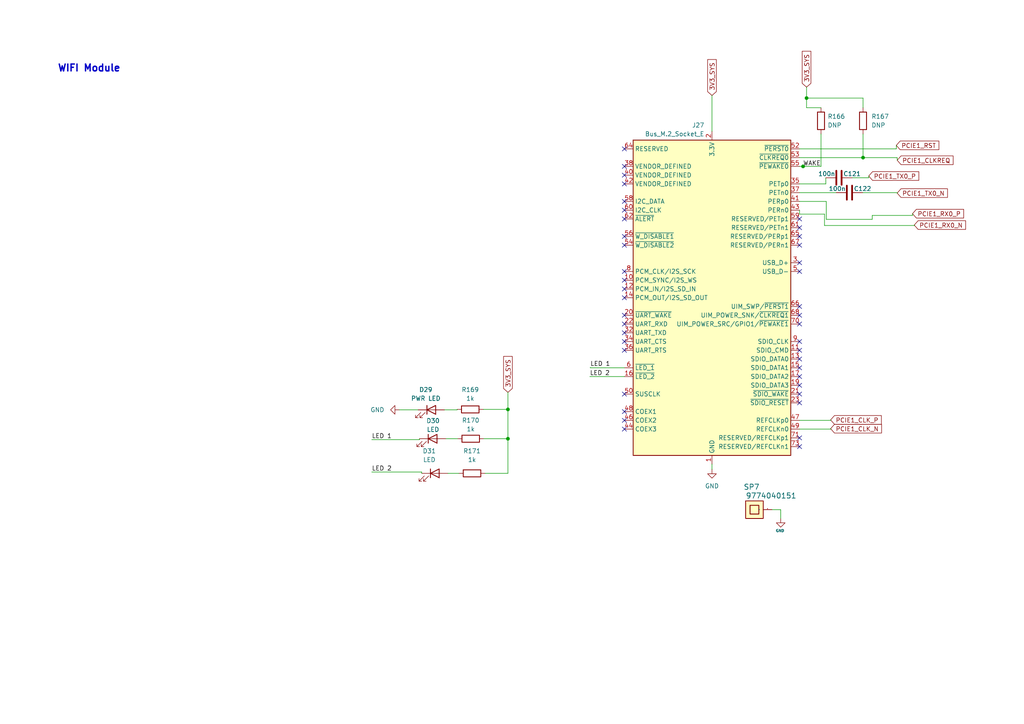
<source format=kicad_sch>
(kicad_sch (version 20230121) (generator eeschema)
  (paper "A4")
  (lib_symbols
    (symbol "Connector:Bus_M.2_Socket_E"
      (property "Reference" "J" (at -22.86 46.99 0))
      (property "Value" "Bus_M.2_Socket_E" (at 16.51 46.99 0))
      (symbol "Bus_M.2_Socket_E_0_1"
        (rectangle (start -22.86 45.72) (end 22.86 -45.72) (stroke (width 0.254)) (fill (type background)))
      )
      (symbol "Bus_M.2_Socket_E_1_1"
        (pin power_in line (at 0 -48.26 90) (length 2.54) (name "GND") (number "1"))
        (pin bidirectional line (at 25.4 5.08 180) (length 2.54) (name "PCM_SYNC/I2S_WS") (number "10"))
        (pin bidirectional line (at -25.4 -15.24 0) (length 2.54) (name "SDIO_CMD") (number "11"))
        (pin input line (at 25.4 2.54 180) (length 2.54) (name "PCM_IN/I2S_SD_IN") (number "12"))
        (pin bidirectional line (at -25.4 -17.78 0) (length 2.54) (name "SDIO_DATA0") (number "13"))
        (pin output line (at 25.4 0 180) (length 2.54) (name "PCM_OUT/I2S_SD_OUT") (number "14"))
        (pin bidirectional line (at -25.4 -20.32 0) (length 2.54) (name "SDIO_DATA1") (number "15"))
        (pin open_collector line (at 25.4 -22.86 180) (length 2.54) (name "~{LED_2}") (number "16"))
        (pin bidirectional line (at -25.4 -22.86 0) (length 2.54) (name "SDIO_DATA2") (number "17"))
        (pin passive line (at 0 -48.26 90) (length 2.54) hide (name "GND") (number "18"))
        (pin bidirectional line (at -25.4 -25.4 0) (length 2.54) (name "SDIO_DATA3") (number "19"))
        (pin power_in line (at 0 48.26 270) (length 2.54) (name "3.3V") (number "2"))
        (pin input line (at 25.4 -5.08 180) (length 2.54) (name "~{UART_WAKE}") (number "20"))
        (pin input line (at -25.4 -27.94 0) (length 2.54) (name "~{SDIO_WAKE}") (number "21"))
        (pin input line (at 25.4 -7.62 180) (length 2.54) (name "UART_RXD") (number "22"))
        (pin output line (at -25.4 -30.48 0) (length 2.54) (name "~{SDIO_RESET}") (number "23"))
        (pin bidirectional line (at -25.4 10.16 0) (length 2.54) (name "USB_D+") (number "3"))
        (pin output line (at 25.4 -10.16 180) (length 2.54) (name "UART_TXD") (number "32"))
        (pin passive line (at 0 -48.26 90) (length 2.54) hide (name "GND") (number "33"))
        (pin input line (at 25.4 -12.7 180) (length 2.54) (name "UART_CTS") (number "34"))
        (pin output line (at -25.4 33.02 0) (length 2.54) (name "PETp0") (number "35"))
        (pin output line (at 25.4 -15.24 180) (length 2.54) (name "UART_RTS") (number "36"))
        (pin output line (at -25.4 30.48 0) (length 2.54) (name "PETn0") (number "37"))
        (pin passive line (at 25.4 38.1 180) (length 2.54) (name "VENDOR_DEFINED") (number "38"))
        (pin passive line (at 0 -48.26 90) (length 2.54) hide (name "GND") (number "39"))
        (pin passive line (at 0 48.26 270) (length 2.54) hide (name "3.3V") (number "4"))
        (pin passive line (at 25.4 35.56 180) (length 2.54) (name "VENDOR_DEFINED") (number "40"))
        (pin input line (at -25.4 27.94 0) (length 2.54) (name "PERp0") (number "41"))
        (pin passive line (at 25.4 33.02 180) (length 2.54) (name "VENDOR_DEFINED") (number "42"))
        (pin input line (at -25.4 25.4 0) (length 2.54) (name "PERn0") (number "43"))
        (pin bidirectional line (at 25.4 -38.1 180) (length 2.54) (name "COEX3") (number "44"))
        (pin passive line (at 0 -48.26 90) (length 2.54) hide (name "GND") (number "45"))
        (pin bidirectional line (at 25.4 -35.56 180) (length 2.54) (name "COEX2") (number "46"))
        (pin output line (at -25.4 -35.56 0) (length 2.54) (name "REFCLKp0") (number "47"))
        (pin bidirectional line (at 25.4 -33.02 180) (length 2.54) (name "COEX1") (number "48"))
        (pin output line (at -25.4 -38.1 0) (length 2.54) (name "REFCLKn0") (number "49"))
        (pin bidirectional line (at -25.4 7.62 0) (length 2.54) (name "USB_D-") (number "5"))
        (pin output line (at 25.4 -27.94 180) (length 2.54) (name "SUSCLK") (number "50"))
        (pin passive line (at 0 -48.26 90) (length 2.54) hide (name "GND") (number "51"))
        (pin output line (at -25.4 43.18 0) (length 2.54) (name "~{PERST0}") (number "52"))
        (pin bidirectional line (at -25.4 40.64 0) (length 2.54) (name "~{CLKREQ0}") (number "53"))
        (pin output line (at 25.4 15.24 180) (length 2.54) (name "~{W_DISABLE2}") (number "54"))
        (pin bidirectional line (at -25.4 38.1 0) (length 2.54) (name "~{PEWAKE0}") (number "55"))
        (pin output line (at 25.4 17.78 180) (length 2.54) (name "~{W_DISABLE1}") (number "56"))
        (pin passive line (at 0 -48.26 90) (length 2.54) hide (name "GND") (number "57"))
        (pin bidirectional line (at 25.4 27.94 180) (length 2.54) (name "I2C_DATA") (number "58"))
        (pin output line (at -25.4 22.86 0) (length 2.54) (name "RESERVED/PETp1") (number "59"))
        (pin open_collector line (at 25.4 -20.32 180) (length 2.54) (name "~{LED_1}") (number "6"))
        (pin output line (at 25.4 25.4 180) (length 2.54) (name "I2C_CLK") (number "60"))
        (pin output line (at -25.4 20.32 0) (length 2.54) (name "RESERVED/PETn1") (number "61"))
        (pin input line (at 25.4 22.86 180) (length 2.54) (name "~{ALERT}") (number "62"))
        (pin passive line (at 0 -48.26 90) (length 2.54) hide (name "GND") (number "63"))
        (pin passive line (at 25.4 43.18 180) (length 2.54) (name "RESERVED") (number "64"))
        (pin input line (at -25.4 17.78 0) (length 2.54) (name "RESERVED/PERp1") (number "65"))
        (pin output line (at -25.4 -2.54 0) (length 2.54) (name "UIM_SWP/~{PERST1}") (number "66"))
        (pin input line (at -25.4 15.24 0) (length 2.54) (name "RESERVED/PERn1") (number "67"))
        (pin bidirectional line (at -25.4 -5.08 0) (length 2.54) (name "UIM_POWER_SNK/~{CLKREQ1}") (number "68"))
        (pin passive line (at 0 -48.26 90) (length 2.54) hide (name "GND") (number "69"))
        (pin passive line (at 0 -48.26 90) (length 2.54) hide (name "GND") (number "7"))
        (pin bidirectional line (at -25.4 -7.62 0) (length 2.54) (name "UIM_POWER_SRC/GPIO1/~{PEWAKE1}") (number "70"))
        (pin output line (at -25.4 -40.64 0) (length 2.54) (name "RESERVED/REFCLKp1") (number "71"))
        (pin passive line (at 0 48.26 270) (length 2.54) hide (name "3.3V") (number "72"))
        (pin output line (at -25.4 -43.18 0) (length 2.54) (name "RESERVED/REFCLKn1") (number "73"))
        (pin passive line (at 0 48.26 270) (length 2.54) hide (name "3.3V") (number "74"))
        (pin passive line (at 0 -48.26 90) (length 2.54) hide (name "GND") (number "75"))
        (pin bidirectional line (at 25.4 7.62 180) (length 2.54) (name "PCM_CLK/I2S_SCK") (number "8"))
        (pin output line (at -25.4 -12.7 0) (length 2.54) (name "SDIO_CLK") (number "9"))
      )
    )
    (symbol "Device:C" (pin_numbers hide) (pin_names (offset 0.254))
      (property "Reference" "C" (at 0.635 2.54 0))
      (property "Value" "C" (at 0.635 -2.54 0))
      (symbol "C_0_1"
        (polyline (pts (xy -2.032 -0.762) (xy 2.032 -0.762)) (stroke (width 0.508)))
        (polyline (pts (xy -2.032 0.762) (xy 2.032 0.762)) (stroke (width 0.508)))
      )
      (symbol "C_1_1"
        (pin passive line (at 0 3.81 270) (length 2.794) (name "~") (number "1"))
        (pin passive line (at 0 -3.81 90) (length 2.794) (name "~") (number "2"))
      )
    )
    (symbol "Device:LED" (pin_numbers hide) (pin_names (offset 1.016) hide)
      (property "Reference" "D" (at 0 2.54 0))
      (property "Value" "LED" (at 0 -2.54 0))
      (symbol "LED_0_1"
        (polyline (pts (xy -1.27 -1.27) (xy -1.27 1.27)) (stroke (width 0.254)))
        (polyline (pts (xy -1.27 0) (xy 1.27 0)))
        (polyline (pts (xy 1.27 -1.27) (xy 1.27 1.27) (xy -1.27 0) (xy 1.27 -1.27)) (stroke (width 0.254)))
        (polyline (pts (xy -3.048 -0.762) (xy -4.572 -2.286) (xy -3.81 -2.286) (xy -4.572 -2.286) (xy -4.572 -1.524)))
        (polyline (pts (xy -1.778 -0.762) (xy -3.302 -2.286) (xy -2.54 -2.286) (xy -3.302 -2.286) (xy -3.302 -1.524)))
      )
      (symbol "LED_1_1"
        (pin passive line (at -3.81 0 0) (length 2.54) (name "K") (number "1"))
        (pin passive line (at 3.81 0 180) (length 2.54) (name "A") (number "2"))
      )
    )
    (symbol "Device:R" (pin_numbers hide) (pin_names (offset 0))
      (property "Reference" "R" (at 2.032 0 90))
      (property "Value" "R" (at 0 0 90))
      (symbol "R_0_1"
        (rectangle (start -1.016 -2.54) (end 1.016 2.54) (stroke (width 0.254)))
      )
      (symbol "R_1_1"
        (pin passive line (at 0 3.81 270) (length 1.27) (name "~") (number "1"))
        (pin passive line (at 0 -3.81 90) (length 1.27) (name "~") (number "2"))
      )
    )
    (symbol "jetson-nano-baseboard:9774040151" (pin_names (offset 1.016))
      (property "Reference" "SP" (at -2.54 2.54 0))
      (property "Value" "9774040151" (at -2.54 -5.08 0))
      (symbol "9774040151_0_1"
        (rectangle (start -2.54 -2.54) (end 2.54 2.54) (stroke (width 0.254)) (fill (type background)))
        (rectangle (start -1.27 -1.27) (end 1.27 1.27) (stroke (width 0.254)) (fill (type background)))
        (pin passive line (at -5.08 0 0) (length 2.54) (name "1") (number "1"))
      )
    )
    (symbol "jetson-nano-baseboard:GND" (power) (pin_names (offset 0))
      (property "Value" "GND" (at 0 -3.81 0))
      (symbol "GND_0_1"
        (polyline (pts (xy 0 0) (xy 0 -1.27) (xy 1.27 -1.27) (xy 0 -2.54) (xy -1.27 -1.27) (xy 0 -1.27)))
      )
      (symbol "GND_1_1"
        (pin power_in line (at 0 0 270) (length 0) hide (name "GND") (number "1"))
      )
    )
    (symbol "power:GND" (power) (pin_names (offset 0))
      (property "Value" "GND" (at 0 -3.81 0))
      (symbol "GND_0_1"
        (polyline (pts (xy 0 0) (xy 0 -1.27) (xy 1.27 -1.27) (xy 0 -2.54) (xy -1.27 -1.27) (xy 0 -1.27)))
      )
      (symbol "GND_1_1"
        (pin power_in line (at 0 0 270) (length 0) hide (name "GND") (number "1"))
      )
    )
  )
  (junction (at 233.934 28.448))
  (junction (at 250.317 45.72))
  (junction (at 232.918 48.26))
  (junction (at 147.32 127.254))
  (junction (at 147.32 118.745))
  (no_connect (at 181.102 101.6))
  (no_connect (at 231.902 66.04))
  (no_connect (at 181.102 58.42))
  (no_connect (at 231.902 71.12))
  (no_connect (at 181.102 71.12))
  (no_connect (at 181.102 91.44))
  (no_connect (at 181.102 119.38))
  (no_connect (at 181.102 48.26))
  (no_connect (at 181.102 114.3))
  (no_connect (at 231.902 111.76))
  (no_connect (at 231.902 91.44))
  (no_connect (at 231.902 104.14))
  (no_connect (at 231.902 93.98))
  (no_connect (at 231.902 129.54))
  (no_connect (at 231.902 101.6))
  (no_connect (at 231.902 68.58))
  (no_connect (at 181.102 83.82))
  (no_connect (at 231.902 88.9))
  (no_connect (at 231.902 78.74))
  (no_connect (at 231.902 109.22))
  (no_connect (at 181.102 99.06))
  (no_connect (at 231.902 116.84))
  (no_connect (at 181.102 53.34))
  (no_connect (at 181.102 96.52))
  (no_connect (at 181.102 93.98))
  (no_connect (at 181.102 50.8))
  (no_connect (at 181.102 60.96))
  (no_connect (at 181.102 68.58))
  (no_connect (at 231.902 63.5))
  (no_connect (at 231.902 127))
  (no_connect (at 231.902 106.68))
  (no_connect (at 181.102 43.18))
  (no_connect (at 181.102 78.74))
  (no_connect (at 181.102 86.36))
  (no_connect (at 231.902 114.3))
  (no_connect (at 181.102 121.92))
  (no_connect (at 231.902 99.06))
  (no_connect (at 181.102 63.5))
  (no_connect (at 181.102 124.46))
  (no_connect (at 181.102 81.28))
  (no_connect (at 231.902 76.2))
  (wire (pts (xy 231.902 121.92) (xy 240.919 121.92)))
  (wire (pts (xy 231.902 124.46) (xy 240.919 124.46)))
  (wire (pts (xy 223.901 147.828) (xy 226.441 147.828)))
  (wire (pts (xy 238.125 38.862) (xy 238.125 48.26)))
  (wire (pts (xy 107.823 127.508) (xy 121.666 127.508)))
  (wire (pts (xy 147.32 127.254) (xy 147.32 137.287)))
  (wire (pts (xy 239.141 65.405) (xy 265.176 65.405)))
  (wire (pts (xy 250.317 38.862) (xy 250.317 45.72)))
  (wire (pts (xy 250.19 55.88) (xy 260.223 55.88)))
  (wire (pts (xy 250.317 45.72) (xy 260.223 45.72)))
  (wire (pts (xy 147.32 113.792) (xy 147.32 118.745)))
  (wire (pts (xy 181.102 106.68) (xy 171.196 106.68)))
  (wire (pts (xy 132.588 118.872) (xy 132.588 118.745)))
  (wire (pts (xy 264.668 62.484) (xy 264.668 61.976)))
  (wire (pts (xy 226.441 147.828) (xy 226.441 150.368)))
  (wire (pts (xy 251.968 51.562) (xy 251.968 51.054)))
  (wire (pts (xy 121.666 127.508) (xy 121.666 127.254)))
  (wire (pts (xy 239.649 63.627) (xy 252.984 63.627)))
  (wire (pts (xy 239.522 51.562) (xy 239.522 53.34)))
  (wire (pts (xy 147.32 137.287) (xy 140.716 137.287)))
  (wire (pts (xy 231.902 45.72) (xy 250.317 45.72)))
  (wire (pts (xy 231.902 43.18) (xy 259.969 43.18)))
  (wire (pts (xy 147.32 118.745) (xy 140.208 118.745)))
  (wire (pts (xy 231.902 55.88) (xy 242.57 55.88)))
  (wire (pts (xy 233.934 31.242) (xy 238.125 31.242)))
  (wire (pts (xy 233.934 25.273) (xy 233.934 28.448)))
  (wire (pts (xy 252.984 63.627) (xy 252.984 62.484)))
  (wire (pts (xy 122.301 136.906) (xy 122.301 137.287)))
  (wire (pts (xy 233.934 28.448) (xy 250.317 28.448)))
  (wire (pts (xy 232.918 48.387) (xy 232.918 48.26)))
  (wire (pts (xy 259.969 43.18) (xy 259.969 42.164)))
  (wire (pts (xy 239.141 62.103) (xy 231.902 62.103)))
  (wire (pts (xy 233.934 28.448) (xy 233.934 31.242)))
  (wire (pts (xy 107.823 136.906) (xy 122.301 136.906)))
  (wire (pts (xy 240.919 124.46) (xy 240.919 124.333)))
  (wire (pts (xy 260.223 55.88) (xy 260.223 56.007)))
  (wire (pts (xy 260.223 45.72) (xy 260.223 46.482)))
  (wire (pts (xy 231.902 48.26) (xy 232.918 48.26)))
  (wire (pts (xy 206.502 134.62) (xy 206.502 136.144)))
  (wire (pts (xy 147.32 127.254) (xy 140.335 127.254)))
  (wire (pts (xy 240.919 121.92) (xy 240.919 121.793)))
  (wire (pts (xy 264.668 62.484) (xy 252.984 62.484)))
  (wire (pts (xy 265.176 65.405) (xy 265.176 65.278)))
  (wire (pts (xy 250.317 28.448) (xy 250.317 31.242)))
  (wire (pts (xy 128.905 118.872) (xy 132.588 118.872)))
  (wire (pts (xy 171.196 106.68) (xy 171.196 106.553)))
  (wire (pts (xy 129.286 127.254) (xy 132.715 127.254)))
  (wire (pts (xy 171.069 109.22) (xy 181.102 109.22)))
  (wire (pts (xy 206.502 27.686) (xy 206.502 38.1)))
  (wire (pts (xy 239.649 58.42) (xy 231.902 58.42)))
  (wire (pts (xy 239.522 53.34) (xy 231.902 53.34)))
  (wire (pts (xy 129.921 137.287) (xy 133.096 137.287)))
  (wire (pts (xy 232.918 48.26) (xy 238.125 48.26)))
  (wire (pts (xy 147.32 118.745) (xy 147.32 127.254)))
  (wire (pts (xy 239.649 63.627) (xy 239.649 58.42)))
  (wire (pts (xy 115.824 118.872) (xy 121.285 118.872)))
  (wire (pts (xy 231.902 62.103) (xy 231.902 60.96)))
  (wire (pts (xy 247.142 51.562) (xy 251.968 51.562)))
  (wire (pts (xy 239.141 62.103) (xy 239.141 65.405)))
  (text "WIFI Module" (at 16.637 21.082 0) (effects (font (size 2 2) (thickness 0.4) bold) (justify left bottom)))
  (label "LED 2" (at 107.823 136.906 0))
  (label "LED 1" (at 107.823 127.508 0))
  (label "WAKE" (at 232.918 48.387 0))
  (label "LED 2" (at 171.069 109.22 0))
  (label "LED 1" (at 171.196 106.553 0))
  (global_label "3V3_SYS" (shape input) (at 206.502 27.686 90) (property "Intersheetrefs" "${INTERSHEET_REFS}" (effects hide)))
  (global_label "PCIE1_RX0_P" (shape input) (at 264.668 61.976 0) (property "Intersheetrefs" "${INTERSHEET_REFS}" (effects hide)))
  (global_label "PCIE1_CLKREQ" (shape input) (at 260.223 46.482 0) (property "Intersheetrefs" "${INTERSHEET_REFS}" (effects hide)))
  (global_label "PCIE1_CLK_P" (shape input) (at 240.919 121.793 0) (property "Intersheetrefs" "${INTERSHEET_REFS}" (effects hide)))
  (global_label "3V3_SYS" (shape input) (at 147.32 113.792 90) (property "Intersheetrefs" "${INTERSHEET_REFS}" (effects hide)))
  (global_label "3V3_SYS" (shape input) (at 233.934 25.273 90) (property "Intersheetrefs" "${INTERSHEET_REFS}" (effects hide)))
  (global_label "PCIE1_TX0_N" (shape input) (at 260.223 56.007 0) (property "Intersheetrefs" "${INTERSHEET_REFS}" (effects hide)))
  (global_label "PCIE1_RST" (shape input) (at 259.969 42.164 0) (property "Intersheetrefs" "${INTERSHEET_REFS}" (effects hide)))
  (global_label "PCIE1_CLK_N" (shape input) (at 240.919 124.333 0) (property "Intersheetrefs" "${INTERSHEET_REFS}" (effects hide)))
  (global_label "PCIE1_TX0_P" (shape input) (at 251.968 51.054 0) (property "Intersheetrefs" "${INTERSHEET_REFS}" (effects hide)))
  (global_label "PCIE1_RX0_N" (shape input) (at 265.176 65.278 0) (property "Intersheetrefs" "${INTERSHEET_REFS}" (effects hide)))
  (symbol (lib_id "Device:R") (at 136.525 127.254 90) (unit 1)
    (property "Reference" "R170" (at 136.525 121.92 90))
    (property "Value" "1k" (at 136.525 124.46 90))
    (property "Footprint" "Resistor_SMD:R_0201_0603Metric" (effects hide))
  )
  (symbol (lib_id "Connector:Bus_M.2_Socket_E") (at 206.502 86.36 0) (mirror y) (unit 1)
    (property "Reference" "J27" (at 204.3079 36.322 0) (effects (justify left)))
    (property "Value" "Bus_M.2_Socket_E" (at 204.3079 38.862 0) (effects (justify left)))
    (property "Footprint" "Connector_TE-Connectivity:TE_2199119-4" (effects hide))
    (property "Datasheet" "http://read.pudn.com/downloads794/doc/project/3133918/PCIe_M.2_Electromechanical_Spec_Rev1.0_Final_11012013_RS_Clean.pdf#page=150" (effects hide))
  )
  (symbol (lib_id "Device:R") (at 136.398 118.745 90) (unit 1)
    (property "Reference" "R169" (at 136.398 113.03 90))
    (property "Value" "1k" (at 136.398 115.57 90))
    (property "Footprint" "Resistor_SMD:R_0201_0603Metric" (effects hide))
  )
  (symbol (lib_id "Device:R") (at 250.317 35.052 0) (unit 1)
    (property "Reference" "R167" (at 252.73 33.782 0) (effects (justify left)))
    (property "Value" "DNP" (at 252.73 36.322 0) (effects (justify left)))
    (property "Footprint" "Resistor_SMD:R_0201_0603Metric" (effects hide))
  )
  (symbol (lib_id "Device:C") (at 243.332 51.562 90) (unit 1)
    (property "Reference" "C121" (at 247.142 50.419 90))
    (property "Value" "100n" (at 239.776 50.419 90))
    (property "Footprint" "Capacitor_SMD:C_0402_1005Metric" (effects hide))
  )
  (symbol (lib_id "jetson-nano-baseboard:GND") (at 226.441 150.368 0) (unit 1)
    (property "Reference" "#GND_082" (effects hide))
    (property "Value" "GND" (at 226.2378 153.924 0) (effects (font (size 0.762 0.762))))
    (instances (project "V1.1" (path "" (reference "#GND_082") (unit 1)) (path "" (reference "#GND_09") (unit 1))))
  )
  (symbol (lib_id "Device:R") (at 238.125 35.052 0) (unit 1)
    (property "Reference" "R166" (at 240.03 33.782 0) (effects (justify left)))
    (property "Value" "DNP" (at 240.03 36.322 0) (effects (justify left)))
    (property "Footprint" "Resistor_SMD:R_0201_0603Metric" (effects hide))
  )
  (symbol (lib_id "Device:LED") (at 126.111 137.287 0) (unit 1)
    (property "Reference" "D31" (at 124.5235 130.81 0))
    (property "Value" "LED" (at 124.5235 133.35 0))
    (property "Footprint" "LED_SMD:LED_0201_0603Metric" (effects hide))
  )
  (symbol (lib_id "Device:LED") (at 125.095 118.872 0) (unit 1)
    (property "Reference" "D29" (at 123.5075 113.03 0))
    (property "Value" "PWR LED" (at 123.5075 115.57 0))
    (property "Footprint" "LED_SMD:LED_0201_0603Metric" (effects hide))
  )
  (symbol (lib_id "power:GND") (at 115.824 118.872 270) (unit 1)
    (property "Reference" "#PWR073" (effects hide))
    (property "Value" "GND" (at 111.506 118.872 90) (effects (justify right)))
  )
  (symbol (lib_id "Device:C") (at 246.38 55.88 90) (unit 1)
    (property "Reference" "C122" (at 250.19 54.737 90))
    (property "Value" "100n" (at 242.824 54.737 90))
    (property "Footprint" "Capacitor_SMD:C_0402_1005Metric" (effects hide))
  )
  (symbol (lib_id "Device:R") (at 136.906 137.287 90) (unit 1)
    (property "Reference" "R171" (at 136.906 130.81 90))
    (property "Value" "1k" (at 136.906 133.35 90))
    (property "Footprint" "Resistor_SMD:R_0201_0603Metric" (effects hide))
  )
  (symbol (lib_id "jetson-nano-baseboard:9774040151") (at 218.821 147.828 180) (unit 1)
    (property "Reference" "SP7" (at 215.646 142.113 0) (effects (font (size 1.524 1.524)) (justify right top)))
    (property "Value" "9774040151" (at 216.281 144.653 0) (effects (font (size 1.524 1.524)) (justify right top)))
    (property "Footprint" "MountingHole:MountingHole_3.7mm_Pad" (effects hide))
    (property "Manufacturer" "Wurth Elektronik" (effects hide))
    (property "MPN" "9774040151" (effects hide))
    (instances (project "V1.1" (path "" (reference "SP7") (unit 1)) (path "" (reference "SP8") (unit 1))))
  )
  (symbol (lib_id "power:GND") (at 206.502 136.144 0) (unit 1)
    (property "Reference" "#PWR072" (effects hide))
    (property "Value" "GND" (at 206.502 140.97 0))
  )
  (symbol (lib_id "Device:LED") (at 125.476 127.254 0) (unit 1)
    (property "Reference" "D30" (at 125.603 122.047 0))
    (property "Value" "LED" (at 125.603 124.587 0))
    (property "Footprint" "LED_SMD:LED_0201_0603Metric" (effects hide))
  )
)
</source>
